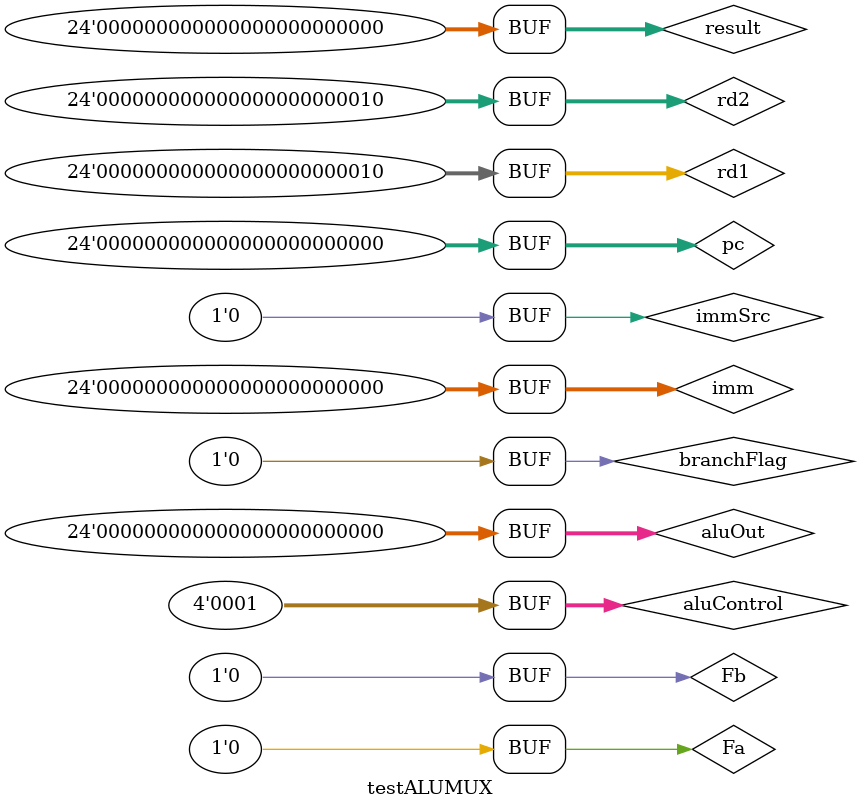
<source format=sv>
module testALUMUX;
	parameter setValuesBuffer = 16;
	parameter RW = 24;
	parameter BufferW = setValuesBuffer + 2*RW;


	logic signed [RW-1:0] rd1, rd2, pc, imm, aluOut, result;
	logic [3:0] aluControl;
	logic immSrc, branchFlag;
	logic [1:0] flags;
	logic Fa, Fb;
	logic [RW-1:0] aluCurrentResult;
	
	ALUMux #(.N(RW)) AluMux1(.rd1(rd1), .rd2(rd2), .pc(pc), .imm(imm), .aluOut(aluOut), .result(result), .aluControl(aluControl), .immSrc(immSrc), .branchFlag(branchFlag), .Fa(Fa), .Fb(Fb), .flags(flags), .aluCurrentResult(aluCurrentResult));
	
	initial begin
		
		Fa = 0; 
		Fb = 0;
		
		//MUX inputs
		rd1 = 2; 
		rd2 = 2; 
		pc = 0; 
		imm = 0; 
		aluOut = 0; 
		result = 0;
		
		//select
		immSrc = 0;
		branchFlag = 0;
		
		//operation
		aluControl = 1;
		#10;
	end


endmodule
</source>
